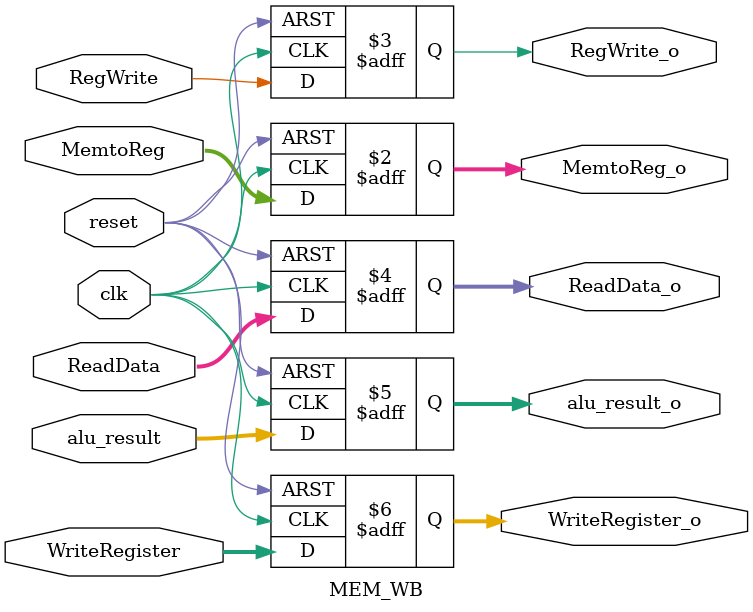
<source format=v>
module MEM_WB(
    input clk, reset,
    input [1:0] MemtoReg,  
    input RegWrite,
    input [31:0] ReadData, alu_result,
    input [4:0] WriteRegister,
    
    output reg [1:0] MemtoReg_o,  
    output reg RegWrite_o,
    output reg [31:0] ReadData_o, alu_result_o,
    output reg [4:0] WriteRegister_o
);

always @(posedge clk or posedge reset) begin
    if (reset) begin
        MemtoReg_o <= 2'b00;
        RegWrite_o <= 1'b0;
        ReadData_o <= 32'd0;
        alu_result_o <= 32'd0;
        WriteRegister_o <= 5'd0;
    end 
    else begin
        MemtoReg_o <= MemtoReg;
        RegWrite_o <= RegWrite;
        ReadData_o <= ReadData;
        alu_result_o <= alu_result;
        WriteRegister_o <= WriteRegister;
    end
end

endmodule

</source>
